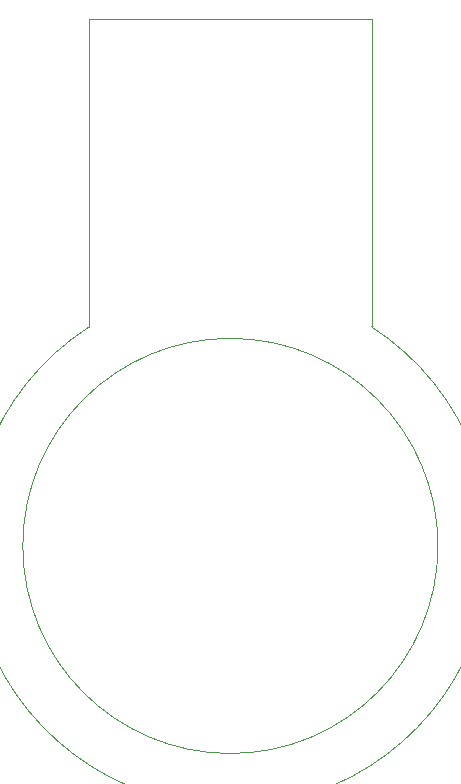
<source format=gbr>
G04 #@! TF.GenerationSoftware,KiCad,Pcbnew,(5.1.0)-1*
G04 #@! TF.CreationDate,2019-04-30T21:22:08-04:00*
G04 #@! TF.ProjectId,MIcroscope_Light,4d496372-6f73-4636-9f70-655f4c696768,rev?*
G04 #@! TF.SameCoordinates,Original*
G04 #@! TF.FileFunction,Legend,Top*
G04 #@! TF.FilePolarity,Positive*
%FSLAX46Y46*%
G04 Gerber Fmt 4.6, Leading zero omitted, Abs format (unit mm)*
G04 Created by KiCad (PCBNEW (5.1.0)-1) date 2019-04-30 21:22:08*
%MOMM*%
%LPD*%
G04 APERTURE LIST*
%ADD10C,0.050000*%
%ADD11C,3.101600*%
G04 APERTURE END LIST*
D10*
X147075000Y-91500000D02*
G75*
G03X147075000Y-91500000I-17575000J0D01*
G01*
X141450000Y-72950000D02*
G75*
G02X117550000Y-72950000I-11950000J-18550000D01*
G01*
X141500000Y-46850000D02*
X141450000Y-72950000D01*
X117550000Y-46850000D02*
X141500000Y-46850000D01*
X117550000Y-72950000D02*
X117550000Y-46850000D01*
%LPC*%
D11*
X122050000Y-51350000D03*
X136950000Y-51350000D03*
X122050000Y-69000000D03*
X137000000Y-69000000D03*
M02*

</source>
